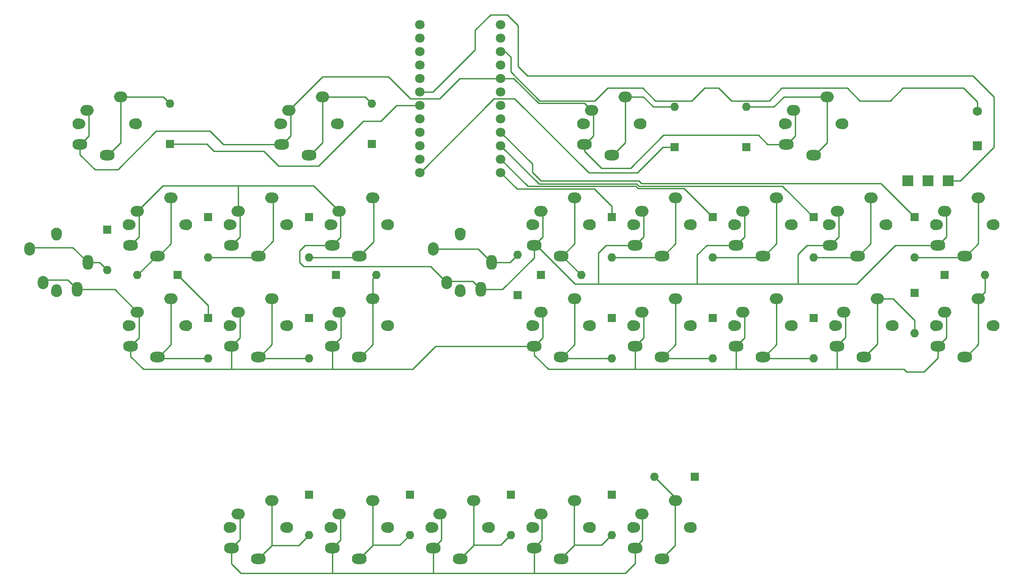
<source format=gtl>
%TF.GenerationSoftware,KiCad,Pcbnew,(6.0.9)*%
%TF.CreationDate,2023-02-21T23:40:31+05:30*%
%TF.ProjectId,Peridot Steno,50657269-646f-4742-9053-74656e6f2e6b,rev?*%
%TF.SameCoordinates,Original*%
%TF.FileFunction,Copper,L1,Top*%
%TF.FilePolarity,Positive*%
%FSLAX46Y46*%
G04 Gerber Fmt 4.6, Leading zero omitted, Abs format (unit mm)*
G04 Created by KiCad (PCBNEW (6.0.9)) date 2023-02-21 23:40:31*
%MOMM*%
%LPD*%
G01*
G04 APERTURE LIST*
%TA.AperFunction,WasherPad*%
%ADD10C,1.900000*%
%TD*%
%TA.AperFunction,WasherPad*%
%ADD11C,2.100000*%
%TD*%
%TA.AperFunction,ComponentPad*%
%ADD12O,2.800000X2.000000*%
%TD*%
%TA.AperFunction,ComponentPad*%
%ADD13O,2.500000X2.000000*%
%TD*%
%TA.AperFunction,ComponentPad*%
%ADD14O,2.000000X2.500000*%
%TD*%
%TA.AperFunction,ComponentPad*%
%ADD15O,2.000000X2.800000*%
%TD*%
%TA.AperFunction,ComponentPad*%
%ADD16C,1.800000*%
%TD*%
%TA.AperFunction,ComponentPad*%
%ADD17R,1.752600X1.752600*%
%TD*%
%TA.AperFunction,ComponentPad*%
%ADD18C,1.752600*%
%TD*%
%TA.AperFunction,ComponentPad*%
%ADD19R,1.600000X1.600000*%
%TD*%
%TA.AperFunction,ComponentPad*%
%ADD20O,1.600000X1.600000*%
%TD*%
%TA.AperFunction,ComponentPad*%
%ADD21R,2.000000X2.000000*%
%TD*%
%TA.AperFunction,Conductor*%
%ADD22C,0.250000*%
%TD*%
G04 APERTURE END LIST*
D10*
%TO.P,SW26,*%
%TO.N,*%
X156845000Y-66675000D03*
D11*
X167425000Y-66675000D03*
D10*
X167005000Y-66675000D03*
D11*
X156425000Y-66675000D03*
D12*
%TO.P,SW26,1,1*%
%TO.N,ROW1*%
X156825000Y-70575000D03*
D13*
X158115000Y-64135000D03*
%TO.P,SW26,2,2*%
%TO.N,Net-(D25-Pad2)*%
X164465000Y-61595000D03*
D12*
X161925000Y-72575000D03*
%TD*%
D11*
%TO.P,SW19,*%
%TO.N,*%
X99275000Y-123825000D03*
D10*
X99695000Y-123825000D03*
D11*
X110275000Y-123825000D03*
D10*
X109855000Y-123825000D03*
D13*
%TO.P,SW19,1,1*%
%TO.N,ROW3*%
X100965000Y-121285000D03*
D12*
X99675000Y-127725000D03*
%TO.P,SW19,2,2*%
%TO.N,Net-(D18-Pad2)*%
X104775000Y-129725000D03*
D13*
X107315000Y-118745000D03*
%TD*%
D11*
%TO.P,SW17,*%
%TO.N,*%
X118325000Y-66675000D03*
D10*
X128905000Y-66675000D03*
D11*
X129325000Y-66675000D03*
D10*
X118745000Y-66675000D03*
D13*
%TO.P,SW17,1,1*%
%TO.N,ROW1*%
X120015000Y-64135000D03*
D12*
X118725000Y-70575000D03*
%TO.P,SW17,2,2*%
%TO.N,Net-(D16-Pad2)*%
X123825000Y-72575000D03*
D13*
X126365000Y-61595000D03*
%TD*%
D11*
%TO.P,SW42,*%
%TO.N,*%
X232625000Y-66675000D03*
D10*
X243205000Y-66675000D03*
X233045000Y-66675000D03*
D11*
X243625000Y-66675000D03*
D13*
%TO.P,SW42,1,1*%
%TO.N,ROW1*%
X234315000Y-64135000D03*
D12*
X233025000Y-70575000D03*
%TO.P,SW42,2,2*%
%TO.N,Net-(D41-Pad2)*%
X238125000Y-72575000D03*
D13*
X240665000Y-61595000D03*
%TD*%
D11*
%TO.P,SW27,*%
%TO.N,*%
X156425000Y-85725000D03*
D10*
X167005000Y-85725000D03*
X156845000Y-85725000D03*
D11*
X167425000Y-85725000D03*
D12*
%TO.P,SW27,1,1*%
%TO.N,ROW2*%
X156825000Y-89625000D03*
D13*
X158115000Y-83185000D03*
D12*
%TO.P,SW27,2,2*%
%TO.N,Net-(D26-Pad2)*%
X161925000Y-91625000D03*
D13*
X164465000Y-80645000D03*
%TD*%
D11*
%TO.P,SW36,*%
%TO.N,*%
X186475000Y-123825000D03*
X175475000Y-123825000D03*
D10*
X175895000Y-123825000D03*
X186055000Y-123825000D03*
D12*
%TO.P,SW36,1,1*%
%TO.N,ROW3*%
X175875000Y-127725000D03*
D13*
X177165000Y-121285000D03*
D12*
%TO.P,SW36,2,2*%
%TO.N,Net-(D35-Pad2)*%
X180975000Y-129725000D03*
D13*
X183515000Y-118745000D03*
%TD*%
D10*
%TO.P,SW21,*%
%TO.N,*%
X142875000Y-68738750D03*
D11*
X142875000Y-79318750D03*
D10*
X142875000Y-78898750D03*
D11*
X142875000Y-68318750D03*
D14*
%TO.P,SW21,1,1*%
%TO.N,ROW1*%
X140335000Y-77628750D03*
D15*
X146775000Y-78918750D03*
%TO.P,SW21,2,2*%
%TO.N,Net-(D20-Pad2)*%
X148775000Y-73818750D03*
D14*
X137795000Y-71278750D03*
%TD*%
D11*
%TO.P,SW32,*%
%TO.N,*%
X167425000Y-123825000D03*
D10*
X156845000Y-123825000D03*
X167005000Y-123825000D03*
D11*
X156425000Y-123825000D03*
D13*
%TO.P,SW32,1,1*%
%TO.N,ROW3*%
X158115000Y-121285000D03*
D12*
X156825000Y-127725000D03*
D13*
%TO.P,SW32,2,2*%
%TO.N,Net-(D31-Pad2)*%
X164465000Y-118745000D03*
D12*
X161925000Y-129725000D03*
%TD*%
D10*
%TO.P,SW28,*%
%TO.N,*%
X147955000Y-123825000D03*
X137795000Y-123825000D03*
D11*
X148375000Y-123825000D03*
X137375000Y-123825000D03*
D12*
%TO.P,SW28,1,1*%
%TO.N,ROW3*%
X137775000Y-127725000D03*
D13*
X139065000Y-121285000D03*
D12*
%TO.P,SW28,2,2*%
%TO.N,Net-(D27-Pad2)*%
X142875000Y-129725000D03*
D13*
X145415000Y-118745000D03*
%TD*%
D11*
%TO.P,SW33,*%
%TO.N,*%
X204050000Y-47625000D03*
X215050000Y-47625000D03*
D10*
X214630000Y-47625000D03*
X204470000Y-47625000D03*
D12*
%TO.P,SW33,1,1*%
%TO.N,ROW0*%
X204450000Y-51525000D03*
D13*
X205740000Y-45085000D03*
D12*
%TO.P,SW33,2,2*%
%TO.N,Net-(D32-Pad2)*%
X209550000Y-53525000D03*
D13*
X212090000Y-42545000D03*
%TD*%
D11*
%TO.P,SW34,*%
%TO.N,*%
X205525000Y-66675000D03*
D10*
X205105000Y-66675000D03*
X194945000Y-66675000D03*
D11*
X194525000Y-66675000D03*
D13*
%TO.P,SW34,1,1*%
%TO.N,ROW1*%
X196215000Y-64135000D03*
D12*
X194925000Y-70575000D03*
%TO.P,SW34,2,2*%
%TO.N,Net-(D33-Pad2)*%
X200025000Y-72575000D03*
D13*
X202565000Y-61595000D03*
%TD*%
D11*
%TO.P,SW39,*%
%TO.N,*%
X224575000Y-85725000D03*
D10*
X213995000Y-85725000D03*
X224155000Y-85725000D03*
D11*
X213575000Y-85725000D03*
D13*
%TO.P,SW39,1,1*%
%TO.N,ROW2*%
X215265000Y-83185000D03*
D12*
X213975000Y-89625000D03*
D13*
%TO.P,SW39,2,2*%
%TO.N,Net-(D38-Pad2)*%
X221615000Y-80645000D03*
D12*
X219075000Y-91625000D03*
%TD*%
D11*
%TO.P,SW31,*%
%TO.N,*%
X186475000Y-85725000D03*
X175475000Y-85725000D03*
D10*
X186055000Y-85725000D03*
X175895000Y-85725000D03*
D13*
%TO.P,SW31,1,1*%
%TO.N,ROW2*%
X177165000Y-83185000D03*
D12*
X175875000Y-89625000D03*
%TO.P,SW31,2,2*%
%TO.N,Net-(D30-Pad2)*%
X180975000Y-91625000D03*
D13*
X183515000Y-80645000D03*
%TD*%
D10*
%TO.P,SW9,*%
%TO.N,*%
X80645000Y-85725000D03*
D11*
X80225000Y-85725000D03*
X91225000Y-85725000D03*
D10*
X90805000Y-85725000D03*
D13*
%TO.P,SW9,1,1*%
%TO.N,ROW2*%
X81915000Y-83185000D03*
D12*
X80625000Y-89625000D03*
D13*
%TO.P,SW9,2,2*%
%TO.N,Net-(D8-Pad2)*%
X88265000Y-80645000D03*
D12*
X85725000Y-91625000D03*
%TD*%
D16*
%TO.P,U1,1,TX*%
%TO.N,unconnected-(U1-Pad1)*%
X135255000Y-28892500D03*
%TO.P,U1,2,RX*%
%TO.N,unconnected-(U1-Pad2)*%
X135255000Y-31432500D03*
%TO.P,U1,3,GND*%
%TO.N,GND*%
X135255000Y-33972500D03*
%TO.P,U1,4,GND*%
X135255000Y-36512500D03*
%TO.P,U1,5,SDA*%
%TO.N,unconnected-(U1-Pad5)*%
X135255000Y-39052500D03*
%TO.P,U1,6,SCL*%
%TO.N,LED_DAT*%
X135255000Y-41592500D03*
%TO.P,U1,7,D4*%
%TO.N,COL0*%
X135255000Y-44132500D03*
%TO.P,U1,8,C6*%
%TO.N,COL1*%
X135255000Y-46672500D03*
%TO.P,U1,9,D7*%
%TO.N,COL2*%
X135255000Y-49212500D03*
%TO.P,U1,10,E6*%
%TO.N,COL3*%
X135255000Y-51752500D03*
%TO.P,U1,11,B4*%
%TO.N,COL4*%
X135255000Y-54292500D03*
%TO.P,U1,12,B5*%
%TO.N,COL5*%
X135255000Y-56832500D03*
%TO.P,U1,13,B6*%
%TO.N,COL6*%
X150495000Y-56832500D03*
%TO.P,U1,14,B2*%
%TO.N,COL7*%
X150495000Y-54292500D03*
%TO.P,U1,15,B3*%
%TO.N,COL8*%
X150495000Y-51752500D03*
%TO.P,U1,16,B1*%
%TO.N,COL9*%
X150495000Y-49212500D03*
%TO.P,U1,17,F7*%
%TO.N,ROW3*%
X150495000Y-46672500D03*
%TO.P,U1,18,F6*%
%TO.N,ROW2*%
X150495000Y-44132500D03*
%TO.P,U1,19,F5*%
%TO.N,ROW1*%
X150495000Y-41592500D03*
%TO.P,U1,20,F4*%
%TO.N,ROW0*%
X150495000Y-39052500D03*
%TO.P,U1,21,VCC*%
%TO.N,unconnected-(U1-Pad21)*%
X150495000Y-36512500D03*
%TO.P,U1,22,RST*%
%TO.N,RESET*%
X150495000Y-33972500D03*
%TO.P,U1,23,GND*%
%TO.N,GND*%
X150495000Y-31432500D03*
%TO.P,U1,24,RAW*%
%TO.N,+5V*%
X150495000Y-28892500D03*
%TD*%
D11*
%TO.P,SW12,*%
%TO.N,*%
X110275000Y-66675000D03*
X99275000Y-66675000D03*
D10*
X109855000Y-66675000D03*
X99695000Y-66675000D03*
D12*
%TO.P,SW12,1,1*%
%TO.N,ROW1*%
X99675000Y-70575000D03*
D13*
X100965000Y-64135000D03*
D12*
%TO.P,SW12,2,2*%
%TO.N,Net-(D11-Pad2)*%
X104775000Y-72575000D03*
D13*
X107315000Y-61595000D03*
%TD*%
D11*
%TO.P,SW4,*%
%TO.N,*%
X66675000Y-68318750D03*
D10*
X66675000Y-78898750D03*
D11*
X66675000Y-79318750D03*
D10*
X66675000Y-68738750D03*
D15*
%TO.P,SW4,1,1*%
%TO.N,ROW2*%
X70575000Y-78918750D03*
D14*
X64135000Y-77628750D03*
D15*
%TO.P,SW4,2,2*%
%TO.N,Net-(D3-Pad2)*%
X72575000Y-73818750D03*
D14*
X61595000Y-71278750D03*
%TD*%
D10*
%TO.P,SW11,*%
%TO.N,*%
X109220000Y-47625000D03*
D11*
X108800000Y-47625000D03*
X119800000Y-47625000D03*
D10*
X119380000Y-47625000D03*
D13*
%TO.P,SW11,1,1*%
%TO.N,ROW0*%
X110490000Y-45085000D03*
D12*
X109200000Y-51525000D03*
D13*
%TO.P,SW11,2,2*%
%TO.N,Net-(D10-Pad2)*%
X116840000Y-42545000D03*
D12*
X114300000Y-53525000D03*
%TD*%
D17*
%TO.P,SW1,1,1*%
%TO.N,GND*%
X240506250Y-51746150D03*
D18*
%TO.P,SW1,2,2*%
%TO.N,RESET*%
X240506250Y-45243750D03*
%TD*%
D11*
%TO.P,SW38,*%
%TO.N,*%
X223350000Y-66675000D03*
X212350000Y-66675000D03*
D10*
X222930000Y-66675000D03*
X212770000Y-66675000D03*
D12*
%TO.P,SW38,1,1*%
%TO.N,ROW1*%
X212750000Y-70575000D03*
D13*
X214040000Y-64135000D03*
D12*
%TO.P,SW38,2,2*%
%TO.N,Net-(D37-Pad2)*%
X217850000Y-72575000D03*
D13*
X220390000Y-61595000D03*
%TD*%
D11*
%TO.P,SW2,*%
%TO.N,*%
X81700000Y-47625000D03*
X70700000Y-47625000D03*
D10*
X81280000Y-47625000D03*
X71120000Y-47625000D03*
D12*
%TO.P,SW2,1,1*%
%TO.N,ROW0*%
X71100000Y-51525000D03*
D13*
X72390000Y-45085000D03*
%TO.P,SW2,2,2*%
%TO.N,Net-(D1-Pad2)*%
X78740000Y-42545000D03*
D12*
X76200000Y-53525000D03*
%TD*%
D11*
%TO.P,SW35,*%
%TO.N,*%
X205525000Y-85725000D03*
D10*
X194945000Y-85725000D03*
X205105000Y-85725000D03*
D11*
X194525000Y-85725000D03*
D13*
%TO.P,SW35,1,1*%
%TO.N,ROW2*%
X196215000Y-83185000D03*
D12*
X194925000Y-89625000D03*
D13*
%TO.P,SW35,2,2*%
%TO.N,Net-(D34-Pad2)*%
X202565000Y-80645000D03*
D12*
X200025000Y-91625000D03*
%TD*%
D10*
%TO.P,SW23,*%
%TO.N,*%
X118745000Y-123825000D03*
X128905000Y-123825000D03*
D11*
X118325000Y-123825000D03*
X129325000Y-123825000D03*
D12*
%TO.P,SW23,1,1*%
%TO.N,ROW3*%
X118725000Y-127725000D03*
D13*
X120015000Y-121285000D03*
%TO.P,SW23,2,2*%
%TO.N,Net-(D22-Pad2)*%
X126365000Y-118745000D03*
D12*
X123825000Y-129725000D03*
%TD*%
D11*
%TO.P,SW25,*%
%TO.N,*%
X165950000Y-47625000D03*
D10*
X166370000Y-47625000D03*
X176530000Y-47625000D03*
D11*
X176950000Y-47625000D03*
D12*
%TO.P,SW25,1,1*%
%TO.N,ROW0*%
X166350000Y-51525000D03*
D13*
X167640000Y-45085000D03*
%TO.P,SW25,2,2*%
%TO.N,Net-(D24-Pad2)*%
X173990000Y-42545000D03*
D12*
X171450000Y-53525000D03*
%TD*%
D10*
%TO.P,SW30,*%
%TO.N,*%
X175895000Y-66675000D03*
X186055000Y-66675000D03*
D11*
X175475000Y-66675000D03*
X186475000Y-66675000D03*
D12*
%TO.P,SW30,1,1*%
%TO.N,ROW1*%
X175875000Y-70575000D03*
D13*
X177165000Y-64135000D03*
%TO.P,SW30,2,2*%
%TO.N,Net-(D29-Pad2)*%
X183515000Y-61595000D03*
D12*
X180975000Y-72575000D03*
%TD*%
D10*
%TO.P,SW43,*%
%TO.N,*%
X243205000Y-85725000D03*
D11*
X243625000Y-85725000D03*
X232625000Y-85725000D03*
D10*
X233045000Y-85725000D03*
D13*
%TO.P,SW43,1,1*%
%TO.N,ROW2*%
X234315000Y-83185000D03*
D12*
X233025000Y-89625000D03*
%TO.P,SW43,2,2*%
%TO.N,Net-(D42-Pad2)*%
X238125000Y-91625000D03*
D13*
X240665000Y-80645000D03*
%TD*%
D11*
%TO.P,SW8,*%
%TO.N,*%
X80225000Y-66675000D03*
D10*
X90805000Y-66675000D03*
D11*
X91225000Y-66675000D03*
D10*
X80645000Y-66675000D03*
D12*
%TO.P,SW8,1,1*%
%TO.N,ROW1*%
X80625000Y-70575000D03*
D13*
X81915000Y-64135000D03*
%TO.P,SW8,2,2*%
%TO.N,Net-(D7-Pad2)*%
X88265000Y-61595000D03*
D12*
X85725000Y-72575000D03*
%TD*%
D10*
%TO.P,SW13,*%
%TO.N,*%
X109855000Y-85725000D03*
D11*
X99275000Y-85725000D03*
X110275000Y-85725000D03*
D10*
X99695000Y-85725000D03*
D13*
%TO.P,SW13,1,1*%
%TO.N,ROW2*%
X100965000Y-83185000D03*
D12*
X99675000Y-89625000D03*
%TO.P,SW13,2,2*%
%TO.N,Net-(D12-Pad2)*%
X104775000Y-91625000D03*
D13*
X107315000Y-80645000D03*
%TD*%
D11*
%TO.P,SW18,*%
%TO.N,*%
X129325000Y-85725000D03*
X118325000Y-85725000D03*
D10*
X118745000Y-85725000D03*
X128905000Y-85725000D03*
D13*
%TO.P,SW18,1,1*%
%TO.N,ROW2*%
X120015000Y-83185000D03*
D12*
X118725000Y-89625000D03*
%TO.P,SW18,2,2*%
%TO.N,Net-(D17-Pad2)*%
X123825000Y-91625000D03*
D13*
X126365000Y-80645000D03*
%TD*%
D19*
%TO.P,D27,1,K*%
%TO.N,COL4*%
X152400000Y-117633750D03*
D20*
%TO.P,D27,2,A*%
%TO.N,Net-(D27-Pad2)*%
X152400000Y-125253750D03*
%TD*%
D19*
%TO.P,D41,1,K*%
%TO.N,COL9*%
X228600000Y-65246250D03*
D20*
%TO.P,D41,2,A*%
%TO.N,Net-(D41-Pad2)*%
X228600000Y-72866250D03*
%TD*%
D19*
%TO.P,D33,1,K*%
%TO.N,COL7*%
X190500000Y-65246250D03*
D20*
%TO.P,D33,2,A*%
%TO.N,Net-(D33-Pad2)*%
X190500000Y-72866250D03*
%TD*%
D19*
%TO.P,D30,1,K*%
%TO.N,COL6*%
X190500000Y-84296250D03*
D20*
%TO.P,D30,2,A*%
%TO.N,Net-(D30-Pad2)*%
X190500000Y-91916250D03*
%TD*%
D19*
%TO.P,D31,1,K*%
%TO.N,COL5*%
X171450000Y-117633750D03*
D20*
%TO.P,D31,2,A*%
%TO.N,Net-(D31-Pad2)*%
X171450000Y-125253750D03*
%TD*%
D19*
%TO.P,D12,1,K*%
%TO.N,COL2*%
X114300000Y-84296250D03*
D20*
%TO.P,D12,2,A*%
%TO.N,Net-(D12-Pad2)*%
X114300000Y-91916250D03*
%TD*%
D19*
%TO.P,D22,1,K*%
%TO.N,COL3*%
X133350000Y-117633750D03*
D20*
%TO.P,D22,2,A*%
%TO.N,Net-(D22-Pad2)*%
X133350000Y-125253750D03*
%TD*%
D19*
%TO.P,D42,1,K*%
%TO.N,COL9*%
X234315000Y-76200000D03*
D20*
%TO.P,D42,2,A*%
%TO.N,Net-(D42-Pad2)*%
X241935000Y-76200000D03*
%TD*%
D19*
%TO.P,D37,1,K*%
%TO.N,COL8*%
X209550000Y-65246250D03*
D20*
%TO.P,D37,2,A*%
%TO.N,Net-(D37-Pad2)*%
X209550000Y-72866250D03*
%TD*%
D19*
%TO.P,D1,1,K*%
%TO.N,COL0*%
X88106250Y-51435000D03*
D20*
%TO.P,D1,2,A*%
%TO.N,Net-(D1-Pad2)*%
X88106250Y-43815000D03*
%TD*%
D19*
%TO.P,D17,1,K*%
%TO.N,COL3*%
X119380000Y-76200000D03*
D20*
%TO.P,D17,2,A*%
%TO.N,Net-(D17-Pad2)*%
X127000000Y-76200000D03*
%TD*%
D19*
%TO.P,D29,1,K*%
%TO.N,COL6*%
X171450000Y-65246250D03*
D20*
%TO.P,D29,2,A*%
%TO.N,Net-(D29-Pad2)*%
X171450000Y-72866250D03*
%TD*%
D21*
%TO.P,J3,1,Pin_1*%
%TO.N,GND*%
X227330000Y-58420000D03*
%TD*%
D19*
%TO.P,D38,1,K*%
%TO.N,COL8*%
X228600000Y-79533750D03*
D20*
%TO.P,D38,2,A*%
%TO.N,Net-(D38-Pad2)*%
X228600000Y-87153750D03*
%TD*%
D19*
%TO.P,D25,1,K*%
%TO.N,COL5*%
X158115000Y-76200000D03*
D20*
%TO.P,D25,2,A*%
%TO.N,Net-(D25-Pad2)*%
X165735000Y-76200000D03*
%TD*%
D19*
%TO.P,D3,1,K*%
%TO.N,COL0*%
X76200000Y-67627500D03*
D20*
%TO.P,D3,2,A*%
%TO.N,Net-(D3-Pad2)*%
X76200000Y-75247500D03*
%TD*%
D21*
%TO.P,J1,1,Pin_1*%
%TO.N,+5V*%
X231140000Y-58420000D03*
%TD*%
D19*
%TO.P,D26,1,K*%
%TO.N,COL5*%
X171450000Y-84296250D03*
D20*
%TO.P,D26,2,A*%
%TO.N,Net-(D26-Pad2)*%
X171450000Y-91916250D03*
%TD*%
D19*
%TO.P,D16,1,K*%
%TO.N,COL3*%
X114300000Y-65246250D03*
D20*
%TO.P,D16,2,A*%
%TO.N,Net-(D16-Pad2)*%
X114300000Y-72866250D03*
%TD*%
D21*
%TO.P,J2,1,Pin_1*%
%TO.N,LED_DAT*%
X234950000Y-58420000D03*
%TD*%
D19*
%TO.P,D11,1,K*%
%TO.N,COL2*%
X95250000Y-65246250D03*
D20*
%TO.P,D11,2,A*%
%TO.N,Net-(D11-Pad2)*%
X95250000Y-72866250D03*
%TD*%
D19*
%TO.P,D7,1,K*%
%TO.N,COL1*%
X89535000Y-76200000D03*
D20*
%TO.P,D7,2,A*%
%TO.N,Net-(D7-Pad2)*%
X81915000Y-76200000D03*
%TD*%
D19*
%TO.P,D24,1,K*%
%TO.N,COL5*%
X183356250Y-52070000D03*
D20*
%TO.P,D24,2,A*%
%TO.N,Net-(D24-Pad2)*%
X183356250Y-44450000D03*
%TD*%
D19*
%TO.P,D8,1,K*%
%TO.N,COL1*%
X95250000Y-84296250D03*
D20*
%TO.P,D8,2,A*%
%TO.N,Net-(D8-Pad2)*%
X95250000Y-91916250D03*
%TD*%
D19*
%TO.P,D32,1,K*%
%TO.N,COL7*%
X196850000Y-52070000D03*
D20*
%TO.P,D32,2,A*%
%TO.N,Net-(D32-Pad2)*%
X196850000Y-44450000D03*
%TD*%
D19*
%TO.P,D10,1,K*%
%TO.N,COL2*%
X126206250Y-51435000D03*
D20*
%TO.P,D10,2,A*%
%TO.N,Net-(D10-Pad2)*%
X126206250Y-43815000D03*
%TD*%
D19*
%TO.P,D34,1,K*%
%TO.N,COL7*%
X209550000Y-84296250D03*
D20*
%TO.P,D34,2,A*%
%TO.N,Net-(D34-Pad2)*%
X209550000Y-91916250D03*
%TD*%
D19*
%TO.P,D35,1,K*%
%TO.N,COL6*%
X187166250Y-114300000D03*
D20*
%TO.P,D35,2,A*%
%TO.N,Net-(D35-Pad2)*%
X179546250Y-114300000D03*
%TD*%
D19*
%TO.P,D18,1,K*%
%TO.N,COL2*%
X114300000Y-117633750D03*
D20*
%TO.P,D18,2,A*%
%TO.N,Net-(D18-Pad2)*%
X114300000Y-125253750D03*
%TD*%
D19*
%TO.P,D20,1,K*%
%TO.N,COL4*%
X153670000Y-80010000D03*
D20*
%TO.P,D20,2,A*%
%TO.N,Net-(D20-Pad2)*%
X153670000Y-72390000D03*
%TD*%
D22*
%TO.N,COL0*%
X116078000Y-55626000D02*
X124587000Y-47117000D01*
X127889000Y-47117000D02*
X130873500Y-44132500D01*
X124587000Y-47117000D02*
X127889000Y-47117000D01*
X88106250Y-51435000D02*
X94996000Y-51435000D01*
X108585000Y-55626000D02*
X116078000Y-55626000D01*
X94996000Y-51435000D02*
X96393000Y-52832000D01*
X105791000Y-52832000D02*
X108585000Y-55626000D01*
X130873500Y-44132500D02*
X135255000Y-44132500D01*
X96393000Y-52832000D02*
X105791000Y-52832000D01*
%TO.N,Net-(D1-Pad2)*%
X78740000Y-42545000D02*
X86836250Y-42545000D01*
X78760000Y-51222000D02*
X76420000Y-53562000D01*
X78760000Y-42582000D02*
X78760000Y-51222000D01*
X76035000Y-53562000D02*
X76220000Y-53562000D01*
X86836250Y-42545000D02*
X88106250Y-43815000D01*
X76420000Y-53562000D02*
X76220000Y-53562000D01*
%TO.N,Net-(D3-Pad2)*%
X72575000Y-73818750D02*
X74771250Y-73818750D01*
X74771250Y-73818750D02*
X76200000Y-75247500D01*
X61595000Y-71278750D02*
X61880750Y-70993000D01*
X61880750Y-70993000D02*
X69749250Y-70993000D01*
X69749250Y-70993000D02*
X72575000Y-73818750D01*
%TO.N,COL1*%
X95250000Y-84296250D02*
X95250000Y-81915000D01*
X95250000Y-81915000D02*
X89535000Y-76200000D01*
%TO.N,Net-(D7-Pad2)*%
X85540000Y-72575000D02*
X85725000Y-72575000D01*
X88265000Y-70235000D02*
X85925000Y-72575000D01*
X81915000Y-76200000D02*
X85540000Y-72575000D01*
X85925000Y-72575000D02*
X85725000Y-72575000D01*
X88265000Y-61595000D02*
X88265000Y-70235000D01*
%TO.N,Net-(D8-Pad2)*%
X88265000Y-89322000D02*
X85925000Y-91662000D01*
X95250000Y-91916250D02*
X86016250Y-91916250D01*
X85540000Y-91662000D02*
X85725000Y-91662000D01*
X88265000Y-80682000D02*
X88265000Y-89322000D01*
X86016250Y-91916250D02*
X85725000Y-91625000D01*
X85925000Y-91662000D02*
X85725000Y-91662000D01*
%TO.N,Net-(D10-Pad2)*%
X116840000Y-42545000D02*
X124936250Y-42545000D01*
X114520000Y-53562000D02*
X114320000Y-53562000D01*
X116860000Y-51222000D02*
X114520000Y-53562000D01*
X116860000Y-42582000D02*
X116860000Y-51222000D01*
X124936250Y-42545000D02*
X126206250Y-43815000D01*
X114135000Y-53562000D02*
X114320000Y-53562000D01*
%TO.N,Net-(D11-Pad2)*%
X104483750Y-72866250D02*
X104775000Y-72575000D01*
X107315000Y-61595000D02*
X107586362Y-61866362D01*
X107586362Y-69763638D02*
X104775000Y-72575000D01*
X95250000Y-72866250D02*
X104483750Y-72866250D01*
X107586362Y-61866362D02*
X107586362Y-69763638D01*
%TO.N,Net-(D12-Pad2)*%
X104995000Y-91662000D02*
X104795000Y-91662000D01*
X104610000Y-91662000D02*
X104795000Y-91662000D01*
X107335000Y-80682000D02*
X107335000Y-89322000D01*
X105066250Y-91916250D02*
X104775000Y-91625000D01*
X114300000Y-91916250D02*
X105066250Y-91916250D01*
X107335000Y-89322000D02*
X104995000Y-91662000D01*
%TO.N,Net-(D16-Pad2)*%
X114300000Y-72866250D02*
X123533750Y-72866250D01*
X126500000Y-69900000D02*
X123825000Y-72575000D01*
X123533750Y-72866250D02*
X123825000Y-72575000D01*
X126500000Y-61730000D02*
X126500000Y-69900000D01*
X126365000Y-61595000D02*
X126500000Y-61730000D01*
%TO.N,Net-(D17-Pad2)*%
X126385000Y-89322000D02*
X124045000Y-91662000D01*
X124045000Y-91662000D02*
X123845000Y-91662000D01*
X126385000Y-80682000D02*
X126385000Y-89322000D01*
X123660000Y-91662000D02*
X123845000Y-91662000D01*
X126365000Y-76835000D02*
X127000000Y-76200000D01*
X126365000Y-80645000D02*
X126365000Y-76835000D01*
%TO.N,Net-(D18-Pad2)*%
X104775000Y-129725000D02*
X107315000Y-127185000D01*
X112368750Y-127185000D02*
X107315000Y-127185000D01*
X114300000Y-125253750D02*
X112368750Y-127185000D01*
X107315000Y-127185000D02*
X107315000Y-118745000D01*
%TO.N,Net-(D20-Pad2)*%
X146235000Y-71278750D02*
X148775000Y-73818750D01*
X148775000Y-73818750D02*
X152241250Y-73818750D01*
X152241250Y-73818750D02*
X153670000Y-72390000D01*
X137795000Y-71278750D02*
X146235000Y-71278750D01*
%TO.N,Net-(D22-Pad2)*%
X126365000Y-127135000D02*
X131468750Y-127135000D01*
X131468750Y-127135000D02*
X133350000Y-125253750D01*
X126365000Y-127185000D02*
X126365000Y-127135000D01*
X126365000Y-127135000D02*
X126365000Y-118745000D01*
X123825000Y-129725000D02*
X126365000Y-127185000D01*
%TO.N,COL5*%
X149243500Y-42907500D02*
X135318500Y-56832500D01*
X183356250Y-52070000D02*
X181102000Y-52070000D01*
X167132000Y-56896000D02*
X153143500Y-42907500D01*
X176276000Y-56896000D02*
X167132000Y-56896000D01*
X153143500Y-42907500D02*
X149243500Y-42907500D01*
X135318500Y-56832500D02*
X135255000Y-56832500D01*
X181102000Y-52070000D02*
X176276000Y-56896000D01*
%TO.N,Net-(D24-Pad2)*%
X174010000Y-42582000D02*
X174010000Y-51222000D01*
X174010000Y-51222000D02*
X171670000Y-53562000D01*
X173990000Y-42545000D02*
X177419000Y-42545000D01*
X179324000Y-44450000D02*
X183356250Y-44450000D01*
X177419000Y-42545000D02*
X179324000Y-44450000D01*
X171670000Y-53562000D02*
X171470000Y-53562000D01*
X171285000Y-53562000D02*
X171470000Y-53562000D01*
%TO.N,Net-(D25-Pad2)*%
X164485000Y-70272000D02*
X162145000Y-72612000D01*
X162110000Y-72575000D02*
X165735000Y-76200000D01*
X161925000Y-72575000D02*
X162110000Y-72575000D01*
X162145000Y-72612000D02*
X161945000Y-72612000D01*
X164485000Y-61632000D02*
X164485000Y-70272000D01*
X161760000Y-72612000D02*
X161945000Y-72612000D01*
%TO.N,Net-(D26-Pad2)*%
X164485000Y-80682000D02*
X164485000Y-89322000D01*
X162145000Y-91662000D02*
X161945000Y-91662000D01*
X162216250Y-91916250D02*
X161925000Y-91625000D01*
X161760000Y-91662000D02*
X161945000Y-91662000D01*
X171450000Y-91916250D02*
X162216250Y-91916250D01*
X164485000Y-89322000D02*
X162145000Y-91662000D01*
%TO.N,Net-(D27-Pad2)*%
X145390000Y-127210000D02*
X145390000Y-127160000D01*
X142850000Y-129750000D02*
X145390000Y-127210000D01*
X145390000Y-127160000D02*
X145390000Y-118770000D01*
X150493750Y-127160000D02*
X152375000Y-125278750D01*
X145390000Y-127160000D02*
X150493750Y-127160000D01*
%TO.N,COL6*%
X171450000Y-63246000D02*
X171450000Y-65246250D01*
X150495000Y-56832500D02*
X153606500Y-59944000D01*
X168148000Y-59944000D02*
X171450000Y-63246000D01*
X153606500Y-59944000D02*
X168148000Y-59944000D01*
%TO.N,Net-(D29-Pad2)*%
X171450000Y-72866250D02*
X180683750Y-72866250D01*
X180810000Y-72612000D02*
X180995000Y-72612000D01*
X183535000Y-61632000D02*
X183535000Y-70272000D01*
X181195000Y-72612000D02*
X180995000Y-72612000D01*
X183535000Y-70272000D02*
X181195000Y-72612000D01*
X180683750Y-72866250D02*
X180975000Y-72575000D01*
%TO.N,Net-(D30-Pad2)*%
X190500000Y-91916250D02*
X181266250Y-91916250D01*
X180810000Y-91662000D02*
X180995000Y-91662000D01*
X183535000Y-80682000D02*
X183535000Y-89322000D01*
X181266250Y-91916250D02*
X180975000Y-91625000D01*
X183535000Y-89322000D02*
X181195000Y-91662000D01*
X181195000Y-91662000D02*
X180995000Y-91662000D01*
%TO.N,Net-(D31-Pad2)*%
X164390000Y-127160000D02*
X169493750Y-127160000D01*
X161850000Y-129750000D02*
X164390000Y-127210000D01*
X164390000Y-127160000D02*
X164390000Y-118770000D01*
X164390000Y-127210000D02*
X164390000Y-127160000D01*
X169493750Y-127160000D02*
X171375000Y-125278750D01*
%TO.N,COL7*%
X176403000Y-59817000D02*
X176022000Y-59436000D01*
X190500000Y-65246250D02*
X185070750Y-59817000D01*
X185070750Y-59817000D02*
X176403000Y-59817000D01*
X155638500Y-59436000D02*
X150495000Y-54292500D01*
X176022000Y-59436000D02*
X155638500Y-59436000D01*
%TO.N,Net-(D32-Pad2)*%
X196850000Y-44450000D02*
X202049441Y-44450000D01*
X212110000Y-42582000D02*
X212110000Y-51222000D01*
X203954441Y-42545000D02*
X212090000Y-42545000D01*
X202049441Y-44450000D02*
X203954441Y-42545000D01*
X212110000Y-51222000D02*
X209770000Y-53562000D01*
X209385000Y-53562000D02*
X209570000Y-53562000D01*
X209770000Y-53562000D02*
X209570000Y-53562000D01*
%TO.N,Net-(D33-Pad2)*%
X190500000Y-72866250D02*
X199733750Y-72866250D01*
X200245000Y-72612000D02*
X200045000Y-72612000D01*
X202585000Y-70272000D02*
X200245000Y-72612000D01*
X202585000Y-61632000D02*
X202585000Y-70272000D01*
X199733750Y-72866250D02*
X200025000Y-72575000D01*
X199860000Y-72612000D02*
X200045000Y-72612000D01*
%TO.N,Net-(D34-Pad2)*%
X200245000Y-91662000D02*
X200045000Y-91662000D01*
X209550000Y-91916250D02*
X200316250Y-91916250D01*
X199860000Y-91662000D02*
X200045000Y-91662000D01*
X202585000Y-89322000D02*
X200245000Y-91662000D01*
X202585000Y-80682000D02*
X202585000Y-89322000D01*
X200316250Y-91916250D02*
X200025000Y-91625000D01*
%TO.N,Net-(D35-Pad2)*%
X179546250Y-114300000D02*
X183515000Y-118268750D01*
X183515000Y-118268750D02*
X183515000Y-118745000D01*
X180850000Y-129750000D02*
X183390000Y-127210000D01*
X183390000Y-127160000D02*
X183390000Y-118770000D01*
X183390000Y-127210000D02*
X183390000Y-127160000D01*
%TO.N,COL8*%
X150495000Y-51752500D02*
X157728500Y-58986000D01*
X176589396Y-59367000D02*
X203670750Y-59367000D01*
X203670750Y-59367000D02*
X209550000Y-65246250D01*
X157728500Y-58986000D02*
X176208396Y-58986000D01*
X176208396Y-58986000D02*
X176589396Y-59367000D01*
%TO.N,Net-(D37-Pad2)*%
X209550000Y-72866250D02*
X217558750Y-72866250D01*
X217558750Y-72866250D02*
X217850000Y-72575000D01*
X218025000Y-72612000D02*
X217825000Y-72612000D01*
X220365000Y-70272000D02*
X218025000Y-72612000D01*
X217640000Y-72612000D02*
X217825000Y-72612000D01*
X220365000Y-61632000D02*
X220365000Y-70272000D01*
%TO.N,Net-(D38-Pad2)*%
X221635000Y-80555000D02*
X221635000Y-89195000D01*
X221635000Y-89195000D02*
X219295000Y-91535000D01*
X228600000Y-84709000D02*
X224536000Y-80645000D01*
X218910000Y-91535000D02*
X219095000Y-91535000D01*
X228600000Y-87153750D02*
X228600000Y-84709000D01*
X219295000Y-91535000D02*
X219095000Y-91535000D01*
X224536000Y-80645000D02*
X221615000Y-80645000D01*
%TO.N,COL9*%
X156464000Y-56769000D02*
X158115000Y-58420000D01*
X156464000Y-55181500D02*
X156464000Y-56769000D01*
X158115000Y-58420000D02*
X176541000Y-58420000D01*
X177038000Y-58917000D02*
X222270750Y-58917000D01*
X150495000Y-49212500D02*
X156464000Y-55181500D01*
X176541000Y-58420000D02*
X177038000Y-58917000D01*
X222270750Y-58917000D02*
X228600000Y-65246250D01*
%TO.N,Net-(D41-Pad2)*%
X240685000Y-61632000D02*
X240685000Y-70272000D01*
X237960000Y-72612000D02*
X238145000Y-72612000D01*
X240685000Y-70272000D02*
X238345000Y-72612000D01*
X237833750Y-72866250D02*
X238125000Y-72575000D01*
X238345000Y-72612000D02*
X238145000Y-72612000D01*
X228600000Y-72866250D02*
X237833750Y-72866250D01*
%TO.N,Net-(D42-Pad2)*%
X237960000Y-91662000D02*
X238145000Y-91662000D01*
X240685000Y-80682000D02*
X240685000Y-89322000D01*
X241935000Y-76200000D02*
X241935000Y-79375000D01*
X238345000Y-91662000D02*
X238145000Y-91662000D01*
X241935000Y-79375000D02*
X240665000Y-80645000D01*
X240685000Y-89322000D02*
X238345000Y-91662000D01*
%TO.N,LED_DAT*%
X243586000Y-42545000D02*
X243586000Y-52070000D01*
X237236000Y-58420000D02*
X234950000Y-58420000D01*
X243586000Y-52070000D02*
X237236000Y-58420000D01*
X153797000Y-29083000D02*
X153797000Y-36830000D01*
X151765000Y-27051000D02*
X153797000Y-29083000D01*
X145669000Y-33655000D02*
X145669000Y-29972000D01*
X145669000Y-29972000D02*
X148590000Y-27051000D01*
X155575000Y-38608000D02*
X239649000Y-38608000D01*
X135255000Y-41592500D02*
X137731500Y-41592500D01*
X239649000Y-38608000D02*
X243586000Y-42545000D01*
X137731500Y-41592500D02*
X145669000Y-33655000D01*
X148590000Y-27051000D02*
X151765000Y-27051000D01*
X153797000Y-36830000D02*
X155575000Y-38608000D01*
%TO.N,RESET*%
X201168000Y-43307000D02*
X194056000Y-43307000D01*
X186569788Y-43307000D02*
X179705000Y-43307000D01*
X218313000Y-43307000D02*
X215900000Y-40894000D01*
X177292000Y-40894000D02*
X170688000Y-40894000D01*
X168275000Y-43307000D02*
X157861000Y-43307000D01*
X224028000Y-43307000D02*
X218313000Y-43307000D01*
X179705000Y-43307000D02*
X177292000Y-40894000D01*
X157861000Y-43307000D02*
X152400000Y-37846000D01*
X215900000Y-40894000D02*
X203581000Y-40894000D01*
X188982788Y-40894000D02*
X186569788Y-43307000D01*
X152400000Y-35052000D02*
X151320500Y-33972500D01*
X240506250Y-45243750D02*
X240506250Y-43529250D01*
X240506250Y-43529250D02*
X237871000Y-40894000D01*
X203581000Y-40894000D02*
X201168000Y-43307000D01*
X170688000Y-40894000D02*
X168275000Y-43307000D01*
X151320500Y-33972500D02*
X150495000Y-33972500D01*
X226441000Y-40894000D02*
X224028000Y-43307000D01*
X191643000Y-40894000D02*
X188982788Y-40894000D01*
X152400000Y-37846000D02*
X152400000Y-35052000D01*
X237871000Y-40894000D02*
X226441000Y-40894000D01*
X194056000Y-43307000D02*
X191643000Y-40894000D01*
%TO.N,ROW0*%
X110845000Y-45457000D02*
X110510000Y-45122000D01*
X98134000Y-51525000D02*
X109200000Y-51525000D01*
X138938000Y-42926000D02*
X142811500Y-39052500D01*
X95631000Y-49022000D02*
X98134000Y-51525000D01*
X71100000Y-51525000D02*
X71100000Y-53447000D01*
X116840000Y-38735000D02*
X129286000Y-38735000D01*
X78232000Y-56261000D02*
X85471000Y-49022000D01*
X204470000Y-51562000D02*
X206095000Y-49937000D01*
X136125500Y-42907500D02*
X136144000Y-42926000D01*
X109220000Y-51562000D02*
X110845000Y-49937000D01*
X169545000Y-56007000D02*
X175006000Y-56007000D01*
X206095000Y-49937000D02*
X206095000Y-45457000D01*
X167995000Y-45457000D02*
X167660000Y-45122000D01*
X129286000Y-38735000D02*
X133458500Y-42907500D01*
X85471000Y-49022000D02*
X95631000Y-49022000D01*
X136144000Y-42926000D02*
X138938000Y-42926000D01*
X72745000Y-49937000D02*
X72745000Y-45457000D01*
X142811500Y-39052500D02*
X150495000Y-39052500D01*
X71120000Y-51562000D02*
X72745000Y-49937000D01*
X166350000Y-52812000D02*
X169545000Y-56007000D01*
X167995000Y-49937000D02*
X167995000Y-45457000D01*
X110845000Y-49937000D02*
X110845000Y-45457000D01*
X200877000Y-51525000D02*
X204450000Y-51525000D01*
X71100000Y-53447000D02*
X73914000Y-56261000D01*
X166350000Y-51525000D02*
X166350000Y-52812000D01*
X150495000Y-39052500D02*
X152970104Y-39052500D01*
X166312000Y-43757000D02*
X167640000Y-45085000D01*
X166370000Y-51562000D02*
X167995000Y-49937000D01*
X157674604Y-43757000D02*
X166312000Y-43757000D01*
X110490000Y-45085000D02*
X116840000Y-38735000D01*
X152970104Y-39052500D02*
X157674604Y-43757000D01*
X72745000Y-45457000D02*
X72410000Y-45122000D01*
X206095000Y-45457000D02*
X205760000Y-45122000D01*
X73914000Y-56261000D02*
X78232000Y-56261000D01*
X133458500Y-42907500D02*
X136125500Y-42907500D01*
X181229000Y-49784000D02*
X199136000Y-49784000D01*
X199136000Y-49784000D02*
X200877000Y-51525000D01*
X175006000Y-56007000D02*
X181229000Y-49784000D01*
%TO.N,ROW2*%
X133858000Y-93980000D02*
X138213000Y-89625000D01*
X80625000Y-89662000D02*
X82250000Y-88037000D01*
X230378000Y-94488000D02*
X233025000Y-91841000D01*
X177520000Y-83557000D02*
X177185000Y-83222000D01*
X196570000Y-83557000D02*
X196235000Y-83222000D01*
X175895000Y-89662000D02*
X177520000Y-88037000D01*
X215620000Y-83430000D02*
X215285000Y-83095000D01*
X82250000Y-88037000D02*
X82250000Y-83557000D01*
X213975000Y-93980000D02*
X213975000Y-89625000D01*
X70575000Y-78918750D02*
X77648750Y-78918750D01*
X158470000Y-88037000D02*
X158470000Y-83557000D01*
X233025000Y-91841000D02*
X233025000Y-89625000D01*
X99695000Y-89662000D02*
X101320000Y-88037000D01*
X68745250Y-77089000D02*
X70575000Y-78918750D01*
X118725000Y-93980000D02*
X133858000Y-93980000D01*
X82250000Y-83557000D02*
X81915000Y-83222000D01*
X215620000Y-87910000D02*
X215620000Y-83430000D01*
X194925000Y-89625000D02*
X194925000Y-93960000D01*
X64674750Y-77089000D02*
X68745250Y-77089000D01*
X213995000Y-89535000D02*
X215620000Y-87910000D01*
X156825000Y-89625000D02*
X156825000Y-91293000D01*
X175895000Y-93980000D02*
X194945000Y-93980000D01*
X175875000Y-89625000D02*
X175875000Y-93960000D01*
X77648750Y-78918750D02*
X81915000Y-83185000D01*
X227076000Y-94488000D02*
X230378000Y-94488000D01*
X234670000Y-83557000D02*
X234335000Y-83222000D01*
X138213000Y-89625000D02*
X156825000Y-89625000D01*
X80625000Y-91547000D02*
X83058000Y-93980000D01*
X226568000Y-93980000D02*
X227076000Y-94488000D01*
X64135000Y-77628750D02*
X64674750Y-77089000D01*
X80625000Y-89625000D02*
X80625000Y-91547000D01*
X158470000Y-83557000D02*
X158135000Y-83222000D01*
X99675000Y-89625000D02*
X99675000Y-93960000D01*
X99695000Y-93980000D02*
X118725000Y-93980000D01*
X101320000Y-83557000D02*
X100985000Y-83222000D01*
X194925000Y-93960000D02*
X194945000Y-93980000D01*
X99675000Y-93960000D02*
X99695000Y-93980000D01*
X213975000Y-93980000D02*
X226568000Y-93980000D01*
X175875000Y-93960000D02*
X175895000Y-93980000D01*
X177520000Y-88037000D02*
X177520000Y-83557000D01*
X194945000Y-89662000D02*
X196570000Y-88037000D01*
X194945000Y-93980000D02*
X213975000Y-93980000D01*
X120370000Y-88037000D02*
X120370000Y-83557000D01*
X101320000Y-88037000D02*
X101320000Y-83557000D01*
X234670000Y-88037000D02*
X234670000Y-83557000D01*
X120370000Y-83557000D02*
X120035000Y-83222000D01*
X159512000Y-93980000D02*
X175895000Y-93980000D01*
X156845000Y-89662000D02*
X158470000Y-88037000D01*
X118745000Y-89662000D02*
X120370000Y-88037000D01*
X118725000Y-93980000D02*
X118725000Y-89625000D01*
X156825000Y-91293000D02*
X159512000Y-93980000D01*
X233045000Y-89662000D02*
X234670000Y-88037000D01*
X196570000Y-88037000D02*
X196570000Y-83557000D01*
X83058000Y-93980000D02*
X99695000Y-93980000D01*
%TO.N,ROW1*%
X214350000Y-68987000D02*
X214350000Y-64507000D01*
X208317000Y-70575000D02*
X206629000Y-72263000D01*
X150824250Y-78918750D02*
X156825000Y-72918000D01*
X82250000Y-64470000D02*
X81915000Y-64135000D01*
X187579000Y-72390000D02*
X187579000Y-77851000D01*
X206629000Y-77851000D02*
X217678000Y-77851000D01*
X196570000Y-68987000D02*
X196570000Y-64507000D01*
X168910000Y-77724000D02*
X169037000Y-77851000D01*
X158470000Y-68987000D02*
X158470000Y-64507000D01*
X214350000Y-64507000D02*
X214015000Y-64172000D01*
X170344000Y-70575000D02*
X168910000Y-72009000D01*
X118725000Y-70575000D02*
X120250000Y-69050000D01*
X156845000Y-70612000D02*
X158470000Y-68987000D01*
X99675000Y-70575000D02*
X101250000Y-69000000D01*
X156825000Y-72918000D02*
X156825000Y-70575000D01*
X112522000Y-71607022D02*
X112522000Y-73787000D01*
X168910000Y-72009000D02*
X168910000Y-77724000D01*
X140620750Y-77343000D02*
X145199250Y-77343000D01*
X100965000Y-64135000D02*
X100965000Y-59309000D01*
X158470000Y-64507000D02*
X158135000Y-64172000D01*
X206629000Y-72263000D02*
X206629000Y-77851000D01*
X101250000Y-64420000D02*
X100965000Y-64135000D01*
X156825000Y-70575000D02*
X157225000Y-70575000D01*
X177520000Y-68987000D02*
X177520000Y-64507000D01*
X164501000Y-77851000D02*
X169037000Y-77851000D01*
X212725000Y-70612000D02*
X214350000Y-68987000D01*
X86741000Y-59309000D02*
X100965000Y-59309000D01*
X137255250Y-74549000D02*
X140335000Y-77628750D01*
X234670000Y-64507000D02*
X234335000Y-64172000D01*
X101250000Y-69000000D02*
X101250000Y-64420000D01*
X120250000Y-69050000D02*
X120250000Y-64370000D01*
X196570000Y-64507000D02*
X196235000Y-64172000D01*
X217678000Y-77851000D02*
X224954000Y-70575000D01*
X120250000Y-64370000D02*
X120015000Y-64135000D01*
X113554022Y-70575000D02*
X112522000Y-71607022D01*
X115189000Y-59309000D02*
X120015000Y-64135000D01*
X234670000Y-68987000D02*
X234670000Y-64507000D01*
X189394000Y-70575000D02*
X187579000Y-72390000D01*
X118725000Y-70575000D02*
X113554022Y-70575000D01*
X140335000Y-77628750D02*
X140620750Y-77343000D01*
X113284000Y-74549000D02*
X137255250Y-74549000D01*
X194945000Y-70612000D02*
X196570000Y-68987000D01*
X82250000Y-68950000D02*
X82250000Y-64470000D01*
X100965000Y-59309000D02*
X115189000Y-59309000D01*
X157225000Y-70575000D02*
X164501000Y-77851000D01*
X233045000Y-70612000D02*
X234670000Y-68987000D01*
X145199250Y-77343000D02*
X146775000Y-78918750D01*
X169037000Y-77851000D02*
X187579000Y-77851000D01*
X175895000Y-70612000D02*
X177520000Y-68987000D01*
X194925000Y-70575000D02*
X189394000Y-70575000D01*
X187579000Y-77851000D02*
X206629000Y-77851000D01*
X175875000Y-70575000D02*
X170344000Y-70575000D01*
X224954000Y-70575000D02*
X233025000Y-70575000D01*
X146775000Y-78918750D02*
X150824250Y-78918750D01*
X81915000Y-64135000D02*
X86741000Y-59309000D01*
X212750000Y-70575000D02*
X208317000Y-70575000D01*
X112522000Y-73787000D02*
X113284000Y-74549000D01*
X177520000Y-64507000D02*
X177185000Y-64172000D01*
X80625000Y-70575000D02*
X82250000Y-68950000D01*
%TO.N,ROW3*%
X139275000Y-121545000D02*
X139040000Y-121310000D01*
X177275000Y-121545000D02*
X177040000Y-121310000D01*
X118750000Y-132500000D02*
X137750000Y-132500000D01*
X118725000Y-127725000D02*
X120250000Y-126200000D01*
X156825000Y-132425000D02*
X156750000Y-132500000D01*
X137750000Y-127750000D02*
X139275000Y-126225000D01*
X101250000Y-126150000D02*
X101250000Y-121570000D01*
X118725000Y-132475000D02*
X118750000Y-132500000D01*
X137750000Y-132500000D02*
X156750000Y-132500000D01*
X158275000Y-121545000D02*
X158040000Y-121310000D01*
X118725000Y-127725000D02*
X118725000Y-132475000D01*
X120250000Y-121520000D02*
X120015000Y-121285000D01*
X137775000Y-132475000D02*
X137750000Y-132500000D01*
X99675000Y-130675000D02*
X101500000Y-132500000D01*
X156750000Y-127750000D02*
X158275000Y-126225000D01*
X156750000Y-132500000D02*
X174000000Y-132500000D01*
X120250000Y-126200000D02*
X120250000Y-121520000D01*
X174000000Y-132500000D02*
X175875000Y-130625000D01*
X139275000Y-126225000D02*
X139275000Y-121545000D01*
X101500000Y-132500000D02*
X118750000Y-132500000D01*
X175750000Y-127750000D02*
X177275000Y-126225000D01*
X156825000Y-127725000D02*
X156825000Y-132425000D01*
X158275000Y-126225000D02*
X158275000Y-121545000D01*
X177275000Y-126225000D02*
X177275000Y-121545000D01*
X99675000Y-127725000D02*
X101250000Y-126150000D01*
X175875000Y-130625000D02*
X175875000Y-127725000D01*
X99675000Y-127725000D02*
X99675000Y-130675000D01*
X137775000Y-127725000D02*
X137775000Y-132475000D01*
X101250000Y-121570000D02*
X100965000Y-121285000D01*
%TD*%
M02*

</source>
